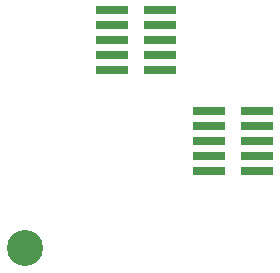
<source format=gbp>
G04*
G04 #@! TF.GenerationSoftware,Altium Limited,Altium Designer,18.1.11 (251)*
G04*
G04 Layer_Color=128*
%FSLAX25Y25*%
%MOIN*%
G70*
G01*
G75*
%ADD11C,0.12000*%
%ADD19R,0.10984X0.02913*%
%ADD24R,0.10984X0.02914*%
D11*
X-53000Y-53000D02*
D03*
D19*
X-24012Y6406D02*
D03*
X-8012D02*
D03*
X-24012Y11406D02*
D03*
X-8012D02*
D03*
X-24012Y16406D02*
D03*
X-8012D02*
D03*
X-24012Y21406D02*
D03*
X-8012D02*
D03*
X-24012Y26406D02*
D03*
X-8012D02*
D03*
X8312Y-27095D02*
D03*
X24312D02*
D03*
X8312Y-22095D02*
D03*
X24312D02*
D03*
X8312Y-17095D02*
D03*
X24312D02*
D03*
X8312Y-12094D02*
D03*
X24312D02*
D03*
X8312Y-7095D02*
D03*
X24312D02*
D03*
D24*
X-24012Y6406D02*
D03*
X-8012D02*
D03*
X-24012Y11406D02*
D03*
X-8012D02*
D03*
X-24012Y16406D02*
D03*
X-8012D02*
D03*
X-24012Y21406D02*
D03*
X-8012D02*
D03*
X-24012Y26406D02*
D03*
X-8012D02*
D03*
X8312Y-27095D02*
D03*
X24312D02*
D03*
X8312Y-22095D02*
D03*
X24312D02*
D03*
X8312Y-17095D02*
D03*
X24312D02*
D03*
X8312Y-12095D02*
D03*
X24312D02*
D03*
X8312Y-7095D02*
D03*
X24312D02*
D03*
M02*

</source>
